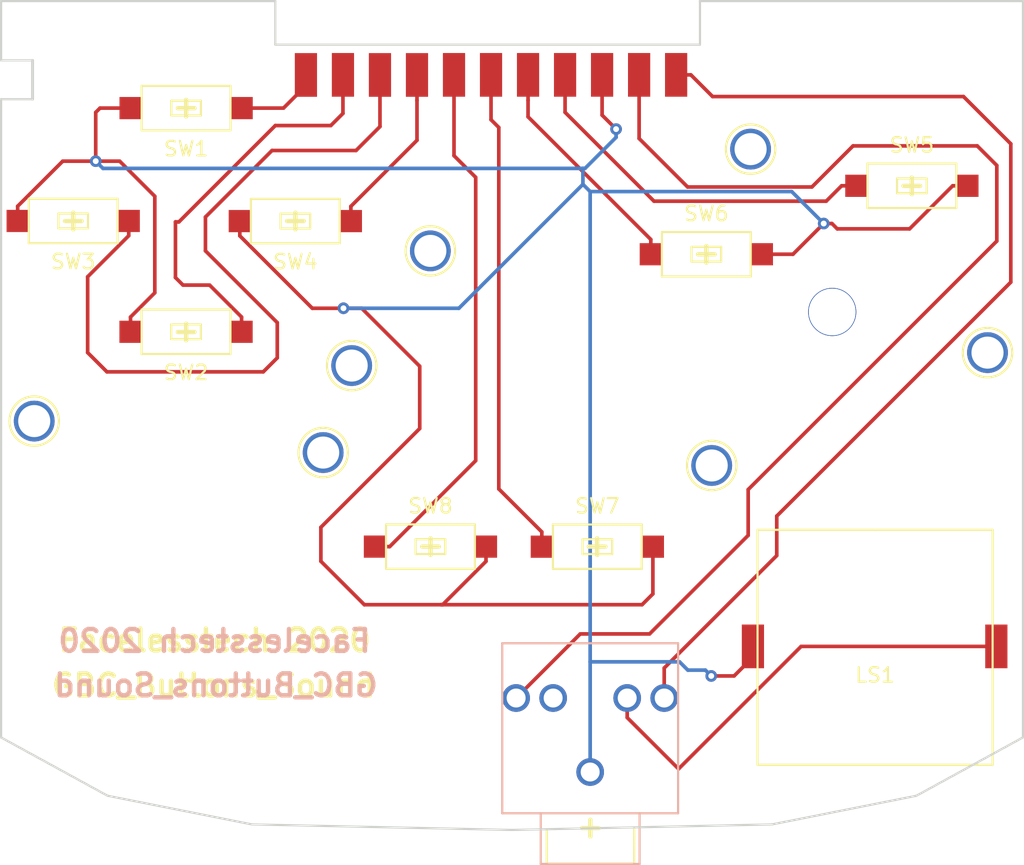
<source format=kicad_pcb>
(kicad_pcb (version 20171130) (host pcbnew 5.0.2+dfsg1-1~bpo9+1)

  (general
    (thickness 1.6)
    (drawings 34)
    (tracks 135)
    (zones 0)
    (modules 19)
    (nets 14)
  )

  (page A4)
  (layers
    (0 F.Cu signal)
    (31 B.Cu signal)
    (32 B.Adhes user)
    (33 F.Adhes user)
    (34 B.Paste user)
    (35 F.Paste user)
    (36 B.SilkS user)
    (37 F.SilkS user)
    (38 B.Mask user)
    (39 F.Mask user)
    (40 Dwgs.User user)
    (41 Cmts.User user)
    (42 Eco1.User user)
    (43 Eco2.User user)
    (44 Edge.Cuts user)
    (45 Margin user)
    (46 B.CrtYd user)
    (47 F.CrtYd user)
    (48 B.Fab user)
    (49 F.Fab user)
  )

  (setup
    (last_trace_width 0.25)
    (trace_clearance 0.2)
    (zone_clearance 0.508)
    (zone_45_only no)
    (trace_min 0.2)
    (segment_width 0.15)
    (edge_width 0.15)
    (via_size 0.8)
    (via_drill 0.4)
    (via_min_size 0.4)
    (via_min_drill 0.3)
    (uvia_size 0.3)
    (uvia_drill 0.1)
    (uvias_allowed no)
    (uvia_min_size 0.2)
    (uvia_min_drill 0.1)
    (pcb_text_width 0.3)
    (pcb_text_size 1.5 1.5)
    (mod_edge_width 0.15)
    (mod_text_size 1 1)
    (mod_text_width 0.15)
    (pad_size 3.3 3.3)
    (pad_drill 3.2)
    (pad_to_mask_clearance 0.051)
    (solder_mask_min_width 0.25)
    (aux_axis_origin 0 0)
    (visible_elements FFFFFF7F)
    (pcbplotparams
      (layerselection 0x010f0_ffffffff)
      (usegerberextensions false)
      (usegerberattributes false)
      (usegerberadvancedattributes false)
      (creategerberjobfile false)
      (excludeedgelayer true)
      (linewidth 0.100000)
      (plotframeref false)
      (viasonmask false)
      (mode 1)
      (useauxorigin false)
      (hpglpennumber 1)
      (hpglpenspeed 20)
      (hpglpendiameter 15.000000)
      (psnegative false)
      (psa4output false)
      (plotreference true)
      (plotvalue true)
      (plotinvisibletext false)
      (padsonsilk false)
      (subtractmaskfromsilk false)
      (outputformat 1)
      (mirror false)
      (drillshape 0)
      (scaleselection 1)
      (outputdirectory "gerbers/"))
  )

  (net 0 "")
  (net 1 "Net-(SW1-Pad1)")
  (net 2 "Net-(LS1-Pad1)")
  (net 3 "Net-(LS1-Pad2)")
  (net 4 "Net-(U1-Pad4)")
  (net 5 "Net-(U1-Pad5)")
  (net 6 "Net-(SW2-Pad1)")
  (net 7 "Net-(SW3-Pad1)")
  (net 8 "Net-(SW4-Pad1)")
  (net 9 "Net-(SW5-Pad1)")
  (net 10 "Net-(SW6-Pad1)")
  (net 11 "Net-(SW7-Pad1)")
  (net 12 "Net-(SW8-Pad1)")
  (net 13 "Net-(U1-Pad2)")

  (net_class Default "This is the default net class."
    (clearance 0.2)
    (trace_width 0.25)
    (via_dia 0.8)
    (via_drill 0.4)
    (uvia_dia 0.3)
    (uvia_drill 0.1)
    (add_net "Net-(LS1-Pad1)")
    (add_net "Net-(LS1-Pad2)")
    (add_net "Net-(SW1-Pad1)")
    (add_net "Net-(SW2-Pad1)")
    (add_net "Net-(SW3-Pad1)")
    (add_net "Net-(SW4-Pad1)")
    (add_net "Net-(SW5-Pad1)")
    (add_net "Net-(SW6-Pad1)")
    (add_net "Net-(SW7-Pad1)")
    (add_net "Net-(SW8-Pad1)")
    (add_net "Net-(U1-Pad2)")
    (add_net "Net-(U1-Pad4)")
    (add_net "Net-(U1-Pad5)")
  )

  (module m3_hole_custom:GBC_mounting_holes (layer F.Cu) (tedit 5EFDE379) (tstamp 5CD40E2D)
    (at 113.03 141.351)
    (fp_text reference REF** (at 0.00508 -2.73558) (layer F.SilkS) hide
      (effects (font (size 1 1) (thickness 0.15)))
    )
    (fp_text value GBC_mounting_holes (at -0.01524 -4.37896) (layer F.Fab) hide
      (effects (font (size 1 1) (thickness 0.15)))
    )
    (fp_circle (center -0.0127 -0.00254) (end 1.68402 0.00508) (layer F.SilkS) (width 0.15))
    (pad 1 thru_hole circle (at -0.0127 -0.00254) (size 2.8 2.8) (drill 2.2) (layers *.Cu *.Mask))
  )

  (module m3_hole_custom:GBC_mounting_holes (layer F.Cu) (tedit 5EFDE360) (tstamp 5CD40D96)
    (at 131.953 133.604)
    (fp_text reference REF** (at 0.00508 -2.73558) (layer F.SilkS) hide
      (effects (font (size 1 1) (thickness 0.15)))
    )
    (fp_text value GBC_mounting_holes (at -0.01524 -4.37896) (layer F.Fab) hide
      (effects (font (size 1 1) (thickness 0.15)))
    )
    (fp_circle (center -0.0127 -0.00254) (end 1.68402 0.00508) (layer F.SilkS) (width 0.15))
    (pad 1 thru_hole circle (at -0.0127 -0.00254) (size 2.8 2.8) (drill 2.2) (layers *.Cu *.Mask))
  )

  (module m3_hole_custom:GBC_mounting_holes (layer F.Cu) (tedit 5EFDE26B) (tstamp 5CD40D1B)
    (at 115.697 119.634)
    (fp_text reference REF** (at 0.00508 -2.73558) (layer F.SilkS) hide
      (effects (font (size 1 1) (thickness 0.15)))
    )
    (fp_text value GBC_mounting_holes (at -0.01524 -4.37896) (layer F.Fab) hide
      (effects (font (size 1 1) (thickness 0.15)))
    )
    (fp_circle (center -0.0127 -0.00254) (end 1.68402 0.00508) (layer F.SilkS) (width 0.15))
    (pad 1 thru_hole circle (at -0.0127 -0.00254) (size 2.8 2.8) (drill 2.2) (layers *.Cu *.Mask))
  )

  (module m3_hole_custom:GBC_mounting_holes (layer F.Cu) (tedit 5EFDE276) (tstamp 5CD40C84)
    (at 93.726 126.619)
    (fp_text reference REF** (at 0.00508 -2.73558) (layer F.SilkS) hide
      (effects (font (size 1 1) (thickness 0.15)))
    )
    (fp_text value GBC_mounting_holes (at -0.01524 -4.37896) (layer F.Fab) hide
      (effects (font (size 1 1) (thickness 0.15)))
    )
    (fp_circle (center -0.0127 -0.00254) (end 1.68402 0.00508) (layer F.SilkS) (width 0.15))
    (pad 1 thru_hole circle (at -0.0127 -0.00254) (size 2.8 2.8) (drill 2.2) (layers *.Cu *.Mask))
  )

  (module m3_hole_custom:GBC_mounting_holes (layer F.Cu) (tedit 5EFDE297) (tstamp 5CD40C11)
    (at 88.3285 134.493)
    (fp_text reference REF** (at 0.00508 -2.73558) (layer F.SilkS) hide
      (effects (font (size 1 1) (thickness 0.15)))
    )
    (fp_text value GBC_mounting_holes (at -0.01524 -4.37896) (layer F.Fab) hide
      (effects (font (size 1 1) (thickness 0.15)))
    )
    (fp_circle (center -0.0127 -0.00254) (end 1.68402 0.00508) (layer F.SilkS) (width 0.15))
    (pad 1 thru_hole circle (at -0.0127 -0.00254) (size 2.8 2.8) (drill 2.2) (layers *.Cu *.Mask))
  )

  (module m3_hole_custom:GBC_mounting_holes (layer F.Cu) (tedit 5EFDE28A) (tstamp 5CD40A9C)
    (at 66.548 138.303)
    (fp_text reference REF** (at 0.00508 -2.73558) (layer F.SilkS) hide
      (effects (font (size 1 1) (thickness 0.15)))
    )
    (fp_text value GBC_mounting_holes (at -0.01524 -4.37896) (layer F.Fab) hide
      (effects (font (size 1 1) (thickness 0.15)))
    )
    (fp_circle (center -0.0127 -0.00254) (end 1.68402 0.00508) (layer F.SilkS) (width 0.15))
    (pad 1 thru_hole circle (at -0.0127 -0.00254) (size 2.8 2.8) (drill 2.2) (layers *.Cu *.Mask))
  )

  (module MountingHole:MountingHole_3.2mm_M3 (layer F.Cu) (tedit 5EFDE37C) (tstamp 5C58172D)
    (at 121.285 130.81)
    (descr "Mounting Hole 3.2mm, no annular, M3")
    (tags "mounting hole 3.2mm no annular m3")
    (attr virtual)
    (fp_text reference REF** (at 0 -4.2) (layer F.SilkS) hide
      (effects (font (size 1 1) (thickness 0.15)))
    )
    (fp_text value MountingHole_3.2mm_M3 (at 0 4.2) (layer F.Fab) hide
      (effects (font (size 1 1) (thickness 0.15)))
    )
    (fp_circle (center 0 0) (end 3.45 0) (layer F.CrtYd) (width 0.05))
    (fp_circle (center 0 0) (end 3.2 0) (layer Cmts.User) (width 0.15))
    (fp_text user %R (at 0.3 0) (layer F.Fab)
      (effects (font (size 1 1) (thickness 0.15)))
    )
    (pad "" thru_hole circle (at 0 0) (size 3.3 3.3) (drill 3.2) (layers *.Cu *.Mask))
  )

  (module m3_hole_custom:GBC_mounting_holes (layer F.Cu) (tedit 5EFDE290) (tstamp 5CD40B7F)
    (at 86.3727 140.46454)
    (fp_text reference REF** (at 0.00508 -2.73558) (layer F.SilkS) hide
      (effects (font (size 1 1) (thickness 0.15)))
    )
    (fp_text value GBC_mounting_holes (at -0.01524 -4.37896) (layer F.Fab) hide
      (effects (font (size 1 1) (thickness 0.15)))
    )
    (fp_circle (center -0.0127 -0.00254) (end 1.68402 0.00508) (layer F.SilkS) (width 0.15))
    (pad 1 thru_hole circle (at -0.0127 -0.00254) (size 2.8 2.8) (drill 2.2) (layers *.Cu *.Mask))
  )

  (module buttons_custom:SMD_2pin_button_custom (layer F.Cu) (tedit 5EFDE279) (tstamp 5F06A757)
    (at 76.95692 116.8146)
    (path /5EFA171C)
    (fp_text reference SW1 (at 0 2.794) (layer F.SilkS)
      (effects (font (size 1 1) (thickness 0.15)))
    )
    (fp_text value SW_Push (at 0 -2.794) (layer F.Fab) hide
      (effects (font (size 1 1) (thickness 0.15)))
    )
    (fp_line (start -3.048 -1.524) (end 3.048 -1.524) (layer F.SilkS) (width 0.15))
    (fp_line (start 3.048 -1.524) (end 3.048 1.524) (layer F.SilkS) (width 0.15))
    (fp_line (start 3.048 1.524) (end -3.048 1.524) (layer F.SilkS) (width 0.15))
    (fp_line (start -3.048 1.524) (end -3.048 -1.524) (layer F.SilkS) (width 0.15))
    (fp_line (start -1.016 -0.508) (end 1.016 -0.508) (layer F.SilkS) (width 0.15))
    (fp_line (start 1.016 -0.508) (end 1.016 0.508) (layer F.SilkS) (width 0.15))
    (fp_line (start 1.016 0.508) (end -1.016 0.508) (layer F.SilkS) (width 0.15))
    (fp_line (start -1.016 0.508) (end -1.016 -0.508) (layer F.SilkS) (width 0.15))
    (pad 1 smd rect (at 3.81 0) (size 1.524 1.524) (layers F.Cu F.Paste F.Mask)
      (net 1 "Net-(SW1-Pad1)"))
    (pad 2 smd rect (at -3.81 0) (size 1.524 1.524) (layers F.Cu F.Paste F.Mask)
      (net 3 "Net-(LS1-Pad2)"))
  )

  (module speakers:piezo_smd (layer F.Cu) (tedit 5BC21BD9) (tstamp 5F06A9A5)
    (at 124.22632 153.83256)
    (path /5EFB9673)
    (fp_text reference LS1 (at 0 1.905) (layer F.SilkS)
      (effects (font (size 1 1) (thickness 0.15)))
    )
    (fp_text value Speaker (at 0 -2.6035) (layer F.Fab)
      (effects (font (size 1 1) (thickness 0.15)))
    )
    (fp_line (start 0 -8.0645) (end 8.0645 -8.0645) (layer F.SilkS) (width 0.15))
    (fp_line (start 8.0645 -8.0645) (end 8.0645 8.0645) (layer F.SilkS) (width 0.15))
    (fp_line (start 8.0645 8.0645) (end -8.0645 8.0645) (layer F.SilkS) (width 0.15))
    (fp_line (start -8.0645 8.0645) (end -8.0645 -8.0645) (layer F.SilkS) (width 0.15))
    (fp_line (start -8.0645 -8.0645) (end 0 -8.0645) (layer F.SilkS) (width 0.15))
    (pad 1 smd rect (at 8.3185 -0.0635) (size 1.524 3) (layers F.Cu F.Paste F.Mask)
      (net 2 "Net-(LS1-Pad1)"))
    (pad 2 smd rect (at -8.382 -0.0635) (size 1.524 3) (layers F.Cu F.Paste F.Mask)
      (net 3 "Net-(LS1-Pad2)"))
  )

  (module Sound_stuff_custom:5_pin_3.5_jack (layer B.Cu) (tedit 5EFDE367) (tstamp 5F06A86C)
    (at 104.67848 157.31236)
    (path /5EFB93AC)
    (fp_text reference U1 (at 0 -5.7531) (layer B.SilkS) hide
      (effects (font (size 1 1) (thickness 0.15)) (justify mirror))
    )
    (fp_text value audio_jack_5pin (at -0.0127 -7.4168) (layer B.Fab) hide
      (effects (font (size 1 1) (thickness 0.15)) (justify mirror))
    )
    (fp_line (start -6.0325 -3.7592) (end 6.0325 -3.7592) (layer B.SilkS) (width 0.15))
    (fp_line (start 6.0325 -3.7592) (end 6.0325 7.9121) (layer B.SilkS) (width 0.15))
    (fp_line (start 6.0325 7.9121) (end -6.0325 7.9121) (layer B.SilkS) (width 0.15))
    (fp_line (start -6.0325 7.9121) (end -6.0325 -3.7592) (layer B.SilkS) (width 0.15))
    (fp_line (start -3.3909 7.9121) (end -3.3909 11.3919) (layer B.SilkS) (width 0.15))
    (fp_line (start -3.3909 11.3919) (end 3.3909 11.3919) (layer B.SilkS) (width 0.15))
    (fp_line (start 3.3909 11.3919) (end 3.3909 7.9121) (layer B.SilkS) (width 0.15))
    (pad 1 thru_hole circle (at 0 5.08) (size 1.9 1.9) (drill 1.3) (layers *.Cu *.Mask)
      (net 3 "Net-(LS1-Pad2)"))
    (pad 4 thru_hole circle (at -2.54 0) (size 1.9 1.9) (drill 1.3) (layers *.Cu *.Mask)
      (net 4 "Net-(U1-Pad4)"))
    (pad 5 thru_hole circle (at -5.08 0) (size 1.9 1.9) (drill 1.3) (layers *.Cu *.Mask)
      (net 5 "Net-(U1-Pad5)"))
    (pad 3 thru_hole circle (at 2.54 0) (size 1.9 1.9) (drill 1.3) (layers *.Cu *.Mask)
      (net 2 "Net-(LS1-Pad1)"))
    (pad 2 thru_hole circle (at 5.08 0) (size 1.9 1.9) (drill 1.3) (layers *.Cu *.Mask)
      (net 13 "Net-(U1-Pad2)"))
  )

  (module buttons_custom:SMD_2pin_button_custom (layer F.Cu) (tedit 5EFDE281) (tstamp 5F06AA83)
    (at 76.95184 132.17144)
    (path /5EFDABA0)
    (fp_text reference SW2 (at 0 2.794) (layer F.SilkS)
      (effects (font (size 1 1) (thickness 0.15)))
    )
    (fp_text value SW_Push (at 0 -2.794) (layer F.Fab) hide
      (effects (font (size 1 1) (thickness 0.15)))
    )
    (fp_line (start -3.048 -1.524) (end 3.048 -1.524) (layer F.SilkS) (width 0.15))
    (fp_line (start 3.048 -1.524) (end 3.048 1.524) (layer F.SilkS) (width 0.15))
    (fp_line (start 3.048 1.524) (end -3.048 1.524) (layer F.SilkS) (width 0.15))
    (fp_line (start -3.048 1.524) (end -3.048 -1.524) (layer F.SilkS) (width 0.15))
    (fp_line (start -1.016 -0.508) (end 1.016 -0.508) (layer F.SilkS) (width 0.15))
    (fp_line (start 1.016 -0.508) (end 1.016 0.508) (layer F.SilkS) (width 0.15))
    (fp_line (start 1.016 0.508) (end -1.016 0.508) (layer F.SilkS) (width 0.15))
    (fp_line (start -1.016 0.508) (end -1.016 -0.508) (layer F.SilkS) (width 0.15))
    (pad 1 smd rect (at 3.81 0) (size 1.524 1.524) (layers F.Cu F.Paste F.Mask)
      (net 6 "Net-(SW2-Pad1)"))
    (pad 2 smd rect (at -3.81 0) (size 1.524 1.524) (layers F.Cu F.Paste F.Mask)
      (net 3 "Net-(LS1-Pad2)"))
  )

  (module buttons_custom:SMD_2pin_button_custom (layer F.Cu) (tedit 5EFDE27D) (tstamp 5F06AA91)
    (at 69.20992 124.5616)
    (path /5EFDAB5A)
    (fp_text reference SW3 (at 0 2.794) (layer F.SilkS)
      (effects (font (size 1 1) (thickness 0.15)))
    )
    (fp_text value SW_Push (at 0 -2.794) (layer F.Fab) hide
      (effects (font (size 1 1) (thickness 0.15)))
    )
    (fp_line (start -1.016 0.508) (end -1.016 -0.508) (layer F.SilkS) (width 0.15))
    (fp_line (start 1.016 0.508) (end -1.016 0.508) (layer F.SilkS) (width 0.15))
    (fp_line (start 1.016 -0.508) (end 1.016 0.508) (layer F.SilkS) (width 0.15))
    (fp_line (start -1.016 -0.508) (end 1.016 -0.508) (layer F.SilkS) (width 0.15))
    (fp_line (start -3.048 1.524) (end -3.048 -1.524) (layer F.SilkS) (width 0.15))
    (fp_line (start 3.048 1.524) (end -3.048 1.524) (layer F.SilkS) (width 0.15))
    (fp_line (start 3.048 -1.524) (end 3.048 1.524) (layer F.SilkS) (width 0.15))
    (fp_line (start -3.048 -1.524) (end 3.048 -1.524) (layer F.SilkS) (width 0.15))
    (pad 2 smd rect (at -3.81 0) (size 1.524 1.524) (layers F.Cu F.Paste F.Mask)
      (net 3 "Net-(LS1-Pad2)"))
    (pad 1 smd rect (at 3.81 0) (size 1.524 1.524) (layers F.Cu F.Paste F.Mask)
      (net 7 "Net-(SW3-Pad1)"))
  )

  (module buttons_custom:SMD_2pin_button_custom (layer F.Cu) (tedit 5EFDE284) (tstamp 5F06AA9F)
    (at 84.44992 124.57176)
    (path /5EFDAAC3)
    (fp_text reference SW4 (at 0 2.794) (layer F.SilkS)
      (effects (font (size 1 1) (thickness 0.15)))
    )
    (fp_text value SW_Push (at 0 -2.794) (layer F.Fab) hide
      (effects (font (size 1 1) (thickness 0.15)))
    )
    (fp_line (start -1.016 0.508) (end -1.016 -0.508) (layer F.SilkS) (width 0.15))
    (fp_line (start 1.016 0.508) (end -1.016 0.508) (layer F.SilkS) (width 0.15))
    (fp_line (start 1.016 -0.508) (end 1.016 0.508) (layer F.SilkS) (width 0.15))
    (fp_line (start -1.016 -0.508) (end 1.016 -0.508) (layer F.SilkS) (width 0.15))
    (fp_line (start -3.048 1.524) (end -3.048 -1.524) (layer F.SilkS) (width 0.15))
    (fp_line (start 3.048 1.524) (end -3.048 1.524) (layer F.SilkS) (width 0.15))
    (fp_line (start 3.048 -1.524) (end 3.048 1.524) (layer F.SilkS) (width 0.15))
    (fp_line (start -3.048 -1.524) (end 3.048 -1.524) (layer F.SilkS) (width 0.15))
    (pad 2 smd rect (at -3.81 0) (size 1.524 1.524) (layers F.Cu F.Paste F.Mask)
      (net 3 "Net-(LS1-Pad2)"))
    (pad 1 smd rect (at 3.81 0) (size 1.524 1.524) (layers F.Cu F.Paste F.Mask)
      (net 8 "Net-(SW4-Pad1)"))
  )

  (module headers_custom:GBC_controller_side_basic (layer F.Cu) (tedit 5EFDE260) (tstamp 5F12997D)
    (at 99.14636 114.53368 180)
    (path /5EFB6994)
    (fp_text reference U2 (at 0.04572 -5.13588 180) (layer F.SilkS) hide
      (effects (font (size 1 1) (thickness 0.15)))
    )
    (fp_text value gbc_button_connector (at 0.04572 6.17728 180) (layer F.Fab) hide
      (effects (font (size 1 1) (thickness 0.15)))
    )
    (pad 7 smd rect (at -1.27 0 180) (size 1.524 3) (layers F.Cu F.Paste F.Mask)
      (net 10 "Net-(SW6-Pad1)"))
    (pad 6 smd rect (at 1.27 0 180) (size 1.524 3) (layers F.Cu F.Paste F.Mask)
      (net 11 "Net-(SW7-Pad1)"))
    (pad 5 smd rect (at 3.81 0 180) (size 1.524 3) (layers F.Cu F.Paste F.Mask)
      (net 12 "Net-(SW8-Pad1)"))
    (pad 4 smd rect (at 6.35 -0.00508 180) (size 1.524 3) (layers F.Cu F.Paste F.Mask)
      (net 8 "Net-(SW4-Pad1)"))
    (pad 3 smd rect (at 8.89 -0.00508 180) (size 1.524 3) (layers F.Cu F.Paste F.Mask)
      (net 7 "Net-(SW3-Pad1)"))
    (pad 8 smd rect (at -3.81 0 180) (size 1.524 3) (layers F.Cu F.Paste F.Mask)
      (net 9 "Net-(SW5-Pad1)"))
    (pad 9 smd rect (at -6.35 0 180) (size 1.524 3) (layers F.Cu F.Paste F.Mask)
      (net 3 "Net-(LS1-Pad2)"))
    (pad 11 smd rect (at -11.43 0 180) (size 1.524 3) (layers F.Cu F.Paste F.Mask)
      (net 13 "Net-(U1-Pad2)"))
    (pad 10 smd rect (at -8.89 0 180) (size 1.524 3) (layers F.Cu F.Paste F.Mask)
      (net 5 "Net-(U1-Pad5)"))
    (pad 2 smd rect (at 11.43 0 180) (size 1.524 3) (layers F.Cu F.Paste F.Mask)
      (net 6 "Net-(SW2-Pad1)"))
    (pad 1 smd rect (at 13.97 -0.00508 180) (size 1.524 3) (layers F.Cu F.Paste F.Mask)
      (net 1 "Net-(SW1-Pad1)"))
  )

  (module buttons_custom:SMD_2pin_button_custom (layer F.Cu) (tedit 5EFDE383) (tstamp 5F129AE5)
    (at 126.75108 122.1486 180)
    (path /5EFDAB03)
    (fp_text reference SW5 (at 0 2.794 180) (layer F.SilkS)
      (effects (font (size 1 1) (thickness 0.15)))
    )
    (fp_text value SW_Push (at 0 -2.794 180) (layer F.Fab) hide
      (effects (font (size 1 1) (thickness 0.15)))
    )
    (fp_line (start -1.016 0.508) (end -1.016 -0.508) (layer F.SilkS) (width 0.15))
    (fp_line (start 1.016 0.508) (end -1.016 0.508) (layer F.SilkS) (width 0.15))
    (fp_line (start 1.016 -0.508) (end 1.016 0.508) (layer F.SilkS) (width 0.15))
    (fp_line (start -1.016 -0.508) (end 1.016 -0.508) (layer F.SilkS) (width 0.15))
    (fp_line (start -3.048 1.524) (end -3.048 -1.524) (layer F.SilkS) (width 0.15))
    (fp_line (start 3.048 1.524) (end -3.048 1.524) (layer F.SilkS) (width 0.15))
    (fp_line (start 3.048 -1.524) (end 3.048 1.524) (layer F.SilkS) (width 0.15))
    (fp_line (start -3.048 -1.524) (end 3.048 -1.524) (layer F.SilkS) (width 0.15))
    (pad 2 smd rect (at -3.81 0 180) (size 1.524 1.524) (layers F.Cu F.Paste F.Mask)
      (net 3 "Net-(LS1-Pad2)"))
    (pad 1 smd rect (at 3.81 0 180) (size 1.524 1.524) (layers F.Cu F.Paste F.Mask)
      (net 9 "Net-(SW5-Pad1)"))
  )

  (module buttons_custom:SMD_2pin_button_custom (layer F.Cu) (tedit 5EFDE37F) (tstamp 5F129AF3)
    (at 112.649 126.8476 180)
    (path /5EFDA9F5)
    (fp_text reference SW6 (at 0 2.794 180) (layer F.SilkS)
      (effects (font (size 1 1) (thickness 0.15)))
    )
    (fp_text value SW_Push (at 0 -2.794 180) (layer F.Fab) hide
      (effects (font (size 1 1) (thickness 0.15)))
    )
    (fp_line (start -3.048 -1.524) (end 3.048 -1.524) (layer F.SilkS) (width 0.15))
    (fp_line (start 3.048 -1.524) (end 3.048 1.524) (layer F.SilkS) (width 0.15))
    (fp_line (start 3.048 1.524) (end -3.048 1.524) (layer F.SilkS) (width 0.15))
    (fp_line (start -3.048 1.524) (end -3.048 -1.524) (layer F.SilkS) (width 0.15))
    (fp_line (start -1.016 -0.508) (end 1.016 -0.508) (layer F.SilkS) (width 0.15))
    (fp_line (start 1.016 -0.508) (end 1.016 0.508) (layer F.SilkS) (width 0.15))
    (fp_line (start 1.016 0.508) (end -1.016 0.508) (layer F.SilkS) (width 0.15))
    (fp_line (start -1.016 0.508) (end -1.016 -0.508) (layer F.SilkS) (width 0.15))
    (pad 1 smd rect (at 3.81 0 180) (size 1.524 1.524) (layers F.Cu F.Paste F.Mask)
      (net 10 "Net-(SW6-Pad1)"))
    (pad 2 smd rect (at -3.81 0 180) (size 1.524 1.524) (layers F.Cu F.Paste F.Mask)
      (net 3 "Net-(LS1-Pad2)"))
  )

  (module buttons_custom:SMD_2pin_button_custom (layer F.Cu) (tedit 5EFDE36B) (tstamp 5F129B01)
    (at 105.17124 146.92376 180)
    (path /5EFDAA4A)
    (fp_text reference SW7 (at 0 2.794 180) (layer F.SilkS)
      (effects (font (size 1 1) (thickness 0.15)))
    )
    (fp_text value SW_Push (at 0 -2.794 180) (layer F.Fab) hide
      (effects (font (size 1 1) (thickness 0.15)))
    )
    (fp_line (start -1.016 0.508) (end -1.016 -0.508) (layer F.SilkS) (width 0.15))
    (fp_line (start 1.016 0.508) (end -1.016 0.508) (layer F.SilkS) (width 0.15))
    (fp_line (start 1.016 -0.508) (end 1.016 0.508) (layer F.SilkS) (width 0.15))
    (fp_line (start -1.016 -0.508) (end 1.016 -0.508) (layer F.SilkS) (width 0.15))
    (fp_line (start -3.048 1.524) (end -3.048 -1.524) (layer F.SilkS) (width 0.15))
    (fp_line (start 3.048 1.524) (end -3.048 1.524) (layer F.SilkS) (width 0.15))
    (fp_line (start 3.048 -1.524) (end 3.048 1.524) (layer F.SilkS) (width 0.15))
    (fp_line (start -3.048 -1.524) (end 3.048 -1.524) (layer F.SilkS) (width 0.15))
    (pad 2 smd rect (at -3.81 0 180) (size 1.524 1.524) (layers F.Cu F.Paste F.Mask)
      (net 3 "Net-(LS1-Pad2)"))
    (pad 1 smd rect (at 3.81 0 180) (size 1.524 1.524) (layers F.Cu F.Paste F.Mask)
      (net 11 "Net-(SW7-Pad1)"))
  )

  (module buttons_custom:SMD_2pin_button_custom (layer F.Cu) (tedit 5EFDE36E) (tstamp 5F129B0F)
    (at 93.72092 146.91868 180)
    (path /5EFDAA86)
    (fp_text reference SW8 (at 0 2.794 180) (layer F.SilkS)
      (effects (font (size 1 1) (thickness 0.15)))
    )
    (fp_text value SW_Push (at 0 -2.794 180) (layer F.Fab) hide
      (effects (font (size 1 1) (thickness 0.15)))
    )
    (fp_line (start -3.048 -1.524) (end 3.048 -1.524) (layer F.SilkS) (width 0.15))
    (fp_line (start 3.048 -1.524) (end 3.048 1.524) (layer F.SilkS) (width 0.15))
    (fp_line (start 3.048 1.524) (end -3.048 1.524) (layer F.SilkS) (width 0.15))
    (fp_line (start -3.048 1.524) (end -3.048 -1.524) (layer F.SilkS) (width 0.15))
    (fp_line (start -1.016 -0.508) (end 1.016 -0.508) (layer F.SilkS) (width 0.15))
    (fp_line (start 1.016 -0.508) (end 1.016 0.508) (layer F.SilkS) (width 0.15))
    (fp_line (start 1.016 0.508) (end -1.016 0.508) (layer F.SilkS) (width 0.15))
    (fp_line (start -1.016 0.508) (end -1.016 -0.508) (layer F.SilkS) (width 0.15))
    (pad 1 smd rect (at 3.81 0 180) (size 1.524 1.524) (layers F.Cu F.Paste F.Mask)
      (net 12 "Net-(SW8-Pad1)"))
    (pad 2 smd rect (at -3.81 0 180) (size 1.524 1.524) (layers F.Cu F.Paste F.Mask)
      (net 3 "Net-(LS1-Pad2)"))
  )

  (gr_text "GBC_Buttons_Sound " (at 78.4352 156.44368) (layer B.SilkS) (tstamp 5F129E94)
    (effects (font (size 1.5 1.5) (thickness 0.3)) (justify mirror))
  )
  (gr_text "Facelesstech 2020" (at 78.90256 153.39568) (layer B.SilkS) (tstamp 5F129E91)
    (effects (font (size 1.5 1.5) (thickness 0.3)) (justify mirror))
  )
  (gr_text "GBC_Buttons_Sound " (at 79.41564 156.45384) (layer F.SilkS)
    (effects (font (size 1.5 1.5) (thickness 0.3)))
  )
  (gr_text "Facelesstech 2020" (at 78.92288 153.36012) (layer F.SilkS)
    (effects (font (size 1.5 1.5) (thickness 0.3)))
  )
  (gr_line (start 64.262 109.46892) (end 83.07324 109.46892) (layer Edge.Cuts) (width 0.15))
  (gr_line (start 112.20196 109.46892) (end 134.37108 109.46892) (layer Edge.Cuts) (width 0.15))
  (gr_line (start 112.21212 112.46104) (end 112.21212 109.47908) (layer Edge.Cuts) (width 0.15) (tstamp 5F129935))
  (gr_line (start 83.07324 112.45088) (end 83.07324 109.46892) (layer Edge.Cuts) (width 0.15))
  (gr_line (start 83.07324 112.46104) (end 112.20704 112.46104) (layer Edge.Cuts) (width 0.15))
  (gr_line (start 107.696 168.61028) (end 107.696 168.6052) (layer F.SilkS) (width 0.15))
  (gr_line (start 101.69652 168.67632) (end 107.696 168.67632) (layer F.SilkS) (width 0.15))
  (gr_line (start 107.696 168.66108) (end 107.70108 166.31412) (layer F.SilkS) (width 0.15) (tstamp 5F06A80F))
  (gr_line (start 101.69652 168.67124) (end 101.7016 166.32428) (layer F.SilkS) (width 0.15) (tstamp 5F06A817))
  (gr_text + (at 104.69372 166.13632) (layer F.SilkS)
    (effects (font (size 1.5 1.5) (thickness 0.3)))
  )
  (gr_line (start 64.262 109.474) (end 64.262 113.538) (layer Edge.Cuts) (width 0.15))
  (gr_line (start 134.37108 109.474) (end 134.37108 160.00984) (layer Edge.Cuts) (width 0.15))
  (gr_line (start 134.366 160.02) (end 127.0635 164.0205) (layer Edge.Cuts) (width 0.15))
  (gr_line (start 117.1575 165.989) (end 127.0635 164.0205) (layer Edge.Cuts) (width 0.15))
  (gr_line (start 99.314 166.37) (end 117.1575 165.989) (layer Edge.Cuts) (width 0.15))
  (gr_line (start 71.5645 164.0205) (end 81.4705 165.989) (layer Edge.Cuts) (width 0.15))
  (gr_line (start 64.262 160.02) (end 71.5645 164.0205) (layer Edge.Cuts) (width 0.15))
  (gr_line (start 81.4705 165.989) (end 99.314 166.37) (layer Edge.Cuts) (width 0.15))
  (gr_line (start 64.262 116.205) (end 64.262 160.02) (layer Edge.Cuts) (width 0.15))
  (gr_line (start 66.421 113.538) (end 64.262 113.538) (layer Edge.Cuts) (width 0.15))
  (gr_line (start 66.421 116.205) (end 64.262 116.205) (layer Edge.Cuts) (width 0.15))
  (gr_line (start 66.421 113.538) (end 66.421 116.205) (layer Edge.Cuts) (width 0.2))
  (gr_text + (at 105.156 146.812) (layer F.SilkS) (tstamp 5C56FD6C)
    (effects (font (size 1.5 1.5) (thickness 0.3)))
  )
  (gr_text + (at 93.726 146.812) (layer F.SilkS) (tstamp 5F06ADCD)
    (effects (font (size 1.5 1.5) (thickness 0.3)))
  )
  (gr_text + (at 126.746 122.047) (layer F.SilkS) (tstamp 5C56FCD8)
    (effects (font (size 1.5 1.5) (thickness 0.3)))
  )
  (gr_text + (at 112.649 126.746) (layer F.SilkS) (tstamp 5F1299E8)
    (effects (font (size 1.5 1.5) (thickness 0.3)))
  )
  (gr_text + (at 84.455 124.46) (layer F.SilkS) (tstamp 5C56FC08)
    (effects (font (size 1.5 1.5) (thickness 0.3)))
  )
  (gr_text + (at 76.962 132.08) (layer F.SilkS) (tstamp 5C56FBF6)
    (effects (font (size 1.5 1.5) (thickness 0.3)))
  )
  (gr_text + (at 76.962 116.713) (layer F.SilkS) (tstamp 5C56FBA3)
    (effects (font (size 1.5 1.5) (thickness 0.3)))
  )
  (gr_text + (at 69.215 124.46) (layer F.SilkS) (tstamp 5F06AD19)
    (effects (font (size 1.5 1.5) (thickness 0.3)))
  )

  (segment (start 85.17636 115.27676) (end 85.17636 114.53876) (width 0.25) (layer F.Cu) (net 1))
  (segment (start 83.63852 116.8146) (end 85.17636 115.27676) (width 0.25) (layer F.Cu) (net 1))
  (segment (start 80.76692 116.8146) (end 83.63852 116.8146) (width 0.25) (layer F.Cu) (net 1))
  (segment (start 111.58836 114.53368) (end 113.0768 116.02212) (width 0.25) (layer F.Cu) (net 13))
  (segment (start 110.57636 114.53368) (end 111.58836 114.53368) (width 0.25) (layer F.Cu) (net 13))
  (segment (start 113.0768 116.02212) (end 130.29184 116.02212) (width 0.25) (layer F.Cu) (net 13))
  (segment (start 130.29184 116.02212) (end 133.53796 119.26824) (width 0.25) (layer F.Cu) (net 13))
  (segment (start 133.53796 128.76417) (end 117.48008 144.82205) (width 0.25) (layer F.Cu) (net 13))
  (segment (start 133.53796 119.26824) (end 133.53796 128.76417) (width 0.25) (layer F.Cu) (net 13))
  (segment (start 117.48008 144.82205) (end 117.48008 147.53336) (width 0.25) (layer F.Cu) (net 13))
  (segment (start 109.75848 155.25496) (end 109.75848 157.31236) (width 0.25) (layer F.Cu) (net 13))
  (segment (start 117.48008 147.53336) (end 109.75848 155.25496) (width 0.25) (layer F.Cu) (net 13))
  (segment (start 107.21848 158.655862) (end 110.741618 162.179) (width 0.25) (layer F.Cu) (net 2))
  (segment (start 107.21848 157.31236) (end 107.21848 158.655862) (width 0.25) (layer F.Cu) (net 2))
  (segment (start 119.151558 153.76906) (end 132.54482 153.76906) (width 0.25) (layer F.Cu) (net 2))
  (segment (start 110.741618 162.179) (end 119.151558 153.76906) (width 0.25) (layer F.Cu) (net 2))
  (via (at 106.45648 118.25732) (size 0.8) (drill 0.4) (layers F.Cu B.Cu) (net 3))
  (segment (start 105.49636 117.2972) (end 106.45648 118.25732) (width 0.25) (layer F.Cu) (net 3))
  (segment (start 105.49636 114.53368) (end 105.49636 117.2972) (width 0.25) (layer F.Cu) (net 3))
  (segment (start 106.45648 118.823005) (end 104.324685 120.9548) (width 0.25) (layer B.Cu) (net 3))
  (segment (start 106.45648 118.25732) (end 106.45648 118.823005) (width 0.25) (layer B.Cu) (net 3))
  (via (at 70.75424 120.45696) (size 0.8) (drill 0.4) (layers F.Cu B.Cu) (net 3))
  (segment (start 71.25208 120.9548) (end 70.75424 120.45696) (width 0.25) (layer B.Cu) (net 3))
  (segment (start 70.75424 120.45696) (end 70.75424 117.10924) (width 0.25) (layer F.Cu) (net 3))
  (segment (start 71.04888 116.8146) (end 73.14692 116.8146) (width 0.25) (layer F.Cu) (net 3))
  (segment (start 70.75424 117.10924) (end 71.04888 116.8146) (width 0.25) (layer F.Cu) (net 3))
  (segment (start 65.39992 123.5496) (end 65.39992 124.5616) (width 0.25) (layer F.Cu) (net 3))
  (segment (start 68.49256 120.45696) (end 65.39992 123.5496) (width 0.25) (layer F.Cu) (net 3))
  (segment (start 70.75424 120.45696) (end 68.49256 120.45696) (width 0.25) (layer F.Cu) (net 3))
  (segment (start 70.75424 120.45696) (end 72.39508 120.45696) (width 0.25) (layer F.Cu) (net 3))
  (segment (start 72.39508 120.45696) (end 74.80808 122.86996) (width 0.25) (layer F.Cu) (net 3))
  (segment (start 73.14184 131.15944) (end 73.14184 132.17144) (width 0.25) (layer F.Cu) (net 3))
  (segment (start 74.80808 129.4932) (end 73.14184 131.15944) (width 0.25) (layer F.Cu) (net 3))
  (segment (start 74.80808 122.86996) (end 74.80808 129.4932) (width 0.25) (layer F.Cu) (net 3))
  (segment (start 104.18064 120.9548) (end 104.18064 122.047) (width 0.25) (layer B.Cu) (net 3))
  (segment (start 104.324685 120.9548) (end 104.18064 120.9548) (width 0.25) (layer B.Cu) (net 3))
  (segment (start 104.18064 120.9548) (end 71.25208 120.9548) (width 0.25) (layer B.Cu) (net 3))
  (segment (start 104.18064 122.047) (end 95.67164 130.556) (width 0.25) (layer B.Cu) (net 3))
  (via (at 87.75192 130.556) (size 0.8) (drill 0.4) (layers F.Cu B.Cu) (net 3))
  (segment (start 95.67164 130.556) (end 87.75192 130.556) (width 0.25) (layer B.Cu) (net 3))
  (segment (start 80.63992 125.58376) (end 80.63992 124.57176) (width 0.25) (layer F.Cu) (net 3))
  (segment (start 85.61216 130.556) (end 80.63992 125.58376) (width 0.25) (layer F.Cu) (net 3))
  (segment (start 87.75192 130.556) (end 85.61216 130.556) (width 0.25) (layer F.Cu) (net 3))
  (segment (start 87.75192 130.556) (end 89.0016 130.556) (width 0.25) (layer F.Cu) (net 3))
  (segment (start 89.0016 130.556) (end 92.98432 134.53872) (width 0.25) (layer F.Cu) (net 3))
  (segment (start 92.98432 134.53872) (end 92.98432 138.811) (width 0.25) (layer F.Cu) (net 3))
  (segment (start 92.98432 138.811) (end 86.20252 145.5928) (width 0.25) (layer F.Cu) (net 3))
  (segment (start 86.20252 145.5928) (end 86.20252 147.92452) (width 0.25) (layer F.Cu) (net 3))
  (segment (start 86.20252 147.92452) (end 89.18448 150.90648) (width 0.25) (layer F.Cu) (net 3))
  (segment (start 108.98124 150.1648) (end 108.98124 146.92376) (width 0.25) (layer F.Cu) (net 3))
  (segment (start 108.23956 150.90648) (end 108.98124 150.1648) (width 0.25) (layer F.Cu) (net 3))
  (segment (start 94.55512 150.90648) (end 94.4626 150.90648) (width 0.25) (layer F.Cu) (net 3))
  (segment (start 97.53092 147.93068) (end 94.55512 150.90648) (width 0.25) (layer F.Cu) (net 3))
  (segment (start 97.53092 146.91868) (end 97.53092 147.93068) (width 0.25) (layer F.Cu) (net 3))
  (segment (start 89.18448 150.90648) (end 94.4626 150.90648) (width 0.25) (layer F.Cu) (net 3))
  (segment (start 94.4626 150.90648) (end 108.23956 150.90648) (width 0.25) (layer F.Cu) (net 3))
  (segment (start 104.18064 122.047) (end 104.67848 122.54484) (width 0.25) (layer B.Cu) (net 3))
  (via (at 112.98428 155.79852) (size 0.8) (drill 0.4) (layers F.Cu B.Cu) (net 3))
  (segment (start 115.84432 154.50706) (end 114.55286 155.79852) (width 0.25) (layer F.Cu) (net 3))
  (segment (start 114.55286 155.79852) (end 112.98428 155.79852) (width 0.25) (layer F.Cu) (net 3))
  (segment (start 115.84432 153.76906) (end 115.84432 154.50706) (width 0.25) (layer F.Cu) (net 3))
  (segment (start 112.584281 155.398521) (end 111.380321 155.398521) (width 0.25) (layer B.Cu) (net 3))
  (segment (start 112.98428 155.79852) (end 112.584281 155.398521) (width 0.25) (layer B.Cu) (net 3))
  (segment (start 110.81004 154.82824) (end 104.67848 154.82824) (width 0.25) (layer B.Cu) (net 3))
  (segment (start 111.380321 155.398521) (end 110.81004 154.82824) (width 0.25) (layer B.Cu) (net 3))
  (segment (start 104.67848 154.82824) (end 104.67848 162.39236) (width 0.25) (layer B.Cu) (net 3))
  (segment (start 104.67848 122.54484) (end 104.67848 154.82824) (width 0.25) (layer B.Cu) (net 3))
  (segment (start 104.67848 122.54484) (end 118.50624 122.54484) (width 0.25) (layer B.Cu) (net 3))
  (via (at 120.7008 124.7394) (size 0.8) (drill 0.4) (layers F.Cu B.Cu) (net 3))
  (segment (start 118.50624 122.54484) (end 120.7008 124.7394) (width 0.25) (layer B.Cu) (net 3))
  (segment (start 118.5926 126.8476) (end 116.459 126.8476) (width 0.25) (layer F.Cu) (net 3))
  (segment (start 120.7008 124.7394) (end 118.5926 126.8476) (width 0.25) (layer F.Cu) (net 3))
  (segment (start 121.266485 124.7394) (end 121.632245 125.10516) (width 0.25) (layer F.Cu) (net 3))
  (segment (start 120.7008 124.7394) (end 121.266485 124.7394) (width 0.25) (layer F.Cu) (net 3))
  (segment (start 129.54908 122.1486) (end 130.56108 122.1486) (width 0.25) (layer F.Cu) (net 3))
  (segment (start 126.59252 125.10516) (end 129.54908 122.1486) (width 0.25) (layer F.Cu) (net 3))
  (segment (start 121.632245 125.10516) (end 126.59252 125.10516) (width 0.25) (layer F.Cu) (net 3))
  (segment (start 108.03636 114.53368) (end 108.03636 118.90248) (width 0.25) (layer F.Cu) (net 5))
  (segment (start 108.03636 118.90248) (end 111.36376 122.22988) (width 0.25) (layer F.Cu) (net 5))
  (segment (start 111.36376 122.22988) (end 119.89308 122.22988) (width 0.25) (layer F.Cu) (net 5))
  (segment (start 119.89308 122.22988) (end 122.71248 119.41048) (width 0.25) (layer F.Cu) (net 5))
  (segment (start 122.71248 119.41048) (end 131.23672 119.41048) (width 0.25) (layer F.Cu) (net 5))
  (segment (start 131.23672 119.41048) (end 132.57784 120.7516) (width 0.25) (layer F.Cu) (net 5))
  (segment (start 132.57784 120.7516) (end 132.57784 125.94336) (width 0.25) (layer F.Cu) (net 5))
  (segment (start 132.57784 125.94336) (end 115.5192 143.002) (width 0.25) (layer F.Cu) (net 5))
  (segment (start 115.5192 143.002) (end 115.5192 146.14652) (width 0.25) (layer F.Cu) (net 5))
  (segment (start 115.5192 146.14652) (end 108.75264 152.91308) (width 0.25) (layer F.Cu) (net 5))
  (segment (start 103.99776 152.91308) (end 99.59848 157.31236) (width 0.25) (layer F.Cu) (net 5))
  (segment (start 108.75264 152.91308) (end 103.99776 152.91308) (width 0.25) (layer F.Cu) (net 5))
  (segment (start 80.76184 131.15944) (end 78.56836 128.96596) (width 0.25) (layer F.Cu) (net 6))
  (segment (start 80.76184 132.17144) (end 80.76184 131.15944) (width 0.25) (layer F.Cu) (net 6))
  (segment (start 78.56836 128.96596) (end 76.74356 128.96596) (width 0.25) (layer F.Cu) (net 6))
  (segment (start 76.74356 128.96596) (end 76.2254 128.4478) (width 0.25) (layer F.Cu) (net 6))
  (segment (start 76.2254 128.4478) (end 76.2254 124.62764) (width 0.25) (layer F.Cu) (net 6))
  (segment (start 76.46189 124.62764) (end 83.07605 118.01348) (width 0.25) (layer F.Cu) (net 6))
  (segment (start 76.2254 124.62764) (end 76.46189 124.62764) (width 0.25) (layer F.Cu) (net 6))
  (segment (start 83.07605 118.01348) (end 86.88324 118.01348) (width 0.25) (layer F.Cu) (net 6))
  (segment (start 87.71636 117.18036) (end 87.71636 114.53368) (width 0.25) (layer F.Cu) (net 6))
  (segment (start 86.88324 118.01348) (end 87.71636 117.18036) (width 0.25) (layer F.Cu) (net 6))
  (segment (start 73.01992 125.5736) (end 70.20052 128.393) (width 0.25) (layer F.Cu) (net 7))
  (segment (start 73.01992 124.5616) (end 73.01992 125.5736) (width 0.25) (layer F.Cu) (net 7))
  (segment (start 70.20052 128.393) (end 70.20052 133.59892) (width 0.25) (layer F.Cu) (net 7))
  (segment (start 70.20052 133.59892) (end 71.52132 134.91972) (width 0.25) (layer F.Cu) (net 7))
  (segment (start 71.52132 134.91972) (end 82.25028 134.91972) (width 0.25) (layer F.Cu) (net 7))
  (segment (start 82.25028 134.91972) (end 83.2104 133.9596) (width 0.25) (layer F.Cu) (net 7))
  (segment (start 83.2104 133.9596) (end 83.2104 131.54152) (width 0.25) (layer F.Cu) (net 7))
  (segment (start 83.2104 131.54152) (end 78.2828 126.61392) (width 0.25) (layer F.Cu) (net 7))
  (segment (start 78.2828 126.61392) (end 78.2828 124.29236) (width 0.25) (layer F.Cu) (net 7))
  (segment (start 78.2828 124.29236) (end 82.84972 119.72544) (width 0.25) (layer F.Cu) (net 7))
  (segment (start 82.84972 119.72544) (end 88.61552 119.72544) (width 0.25) (layer F.Cu) (net 7))
  (segment (start 90.25636 118.0846) (end 90.25636 114.53876) (width 0.25) (layer F.Cu) (net 7))
  (segment (start 88.61552 119.72544) (end 90.25636 118.0846) (width 0.25) (layer F.Cu) (net 7))
  (segment (start 92.79636 116.28876) (end 92.79636 114.53876) (width 0.25) (layer F.Cu) (net 8))
  (segment (start 92.79636 119.02332) (end 92.79636 116.28876) (width 0.25) (layer F.Cu) (net 8))
  (segment (start 88.25992 123.55976) (end 92.79636 119.02332) (width 0.25) (layer F.Cu) (net 8))
  (segment (start 88.25992 124.57176) (end 88.25992 123.55976) (width 0.25) (layer F.Cu) (net 8))
  (segment (start 121.92908 122.1486) (end 120.87244 123.20524) (width 0.25) (layer F.Cu) (net 9))
  (segment (start 122.94108 122.1486) (end 121.92908 122.1486) (width 0.25) (layer F.Cu) (net 9))
  (segment (start 120.87244 123.20524) (end 109.05744 123.20524) (width 0.25) (layer F.Cu) (net 9))
  (segment (start 102.95636 117.10416) (end 102.95636 114.53368) (width 0.25) (layer F.Cu) (net 9))
  (segment (start 109.05744 123.20524) (end 102.95636 117.10416) (width 0.25) (layer F.Cu) (net 9))
  (segment (start 100.41636 116.28368) (end 100.41636 114.53368) (width 0.25) (layer F.Cu) (net 10))
  (segment (start 108.839 125.8356) (end 100.41636 117.41296) (width 0.25) (layer F.Cu) (net 10))
  (segment (start 100.41636 117.41296) (end 100.41636 116.28368) (width 0.25) (layer F.Cu) (net 10))
  (segment (start 108.839 126.8476) (end 108.839 125.8356) (width 0.25) (layer F.Cu) (net 10))
  (segment (start 101.36124 145.91176) (end 98.40976 142.96028) (width 0.25) (layer F.Cu) (net 11))
  (segment (start 101.36124 146.92376) (end 101.36124 145.91176) (width 0.25) (layer F.Cu) (net 11))
  (segment (start 98.40976 142.96028) (end 98.40976 118.14556) (width 0.25) (layer F.Cu) (net 11))
  (segment (start 97.87636 117.61216) (end 97.87636 114.53368) (width 0.25) (layer F.Cu) (net 11))
  (segment (start 98.40976 118.14556) (end 97.87636 117.61216) (width 0.25) (layer F.Cu) (net 11))
  (segment (start 90.92292 146.91868) (end 96.8248 141.0168) (width 0.25) (layer F.Cu) (net 12))
  (segment (start 89.91092 146.91868) (end 90.92292 146.91868) (width 0.25) (layer F.Cu) (net 12))
  (segment (start 96.8248 141.0168) (end 96.8248 121.56948) (width 0.25) (layer F.Cu) (net 12))
  (segment (start 95.33636 120.08104) (end 95.33636 114.53368) (width 0.25) (layer F.Cu) (net 12))
  (segment (start 96.8248 121.56948) (end 95.33636 120.08104) (width 0.25) (layer F.Cu) (net 12))

)

</source>
